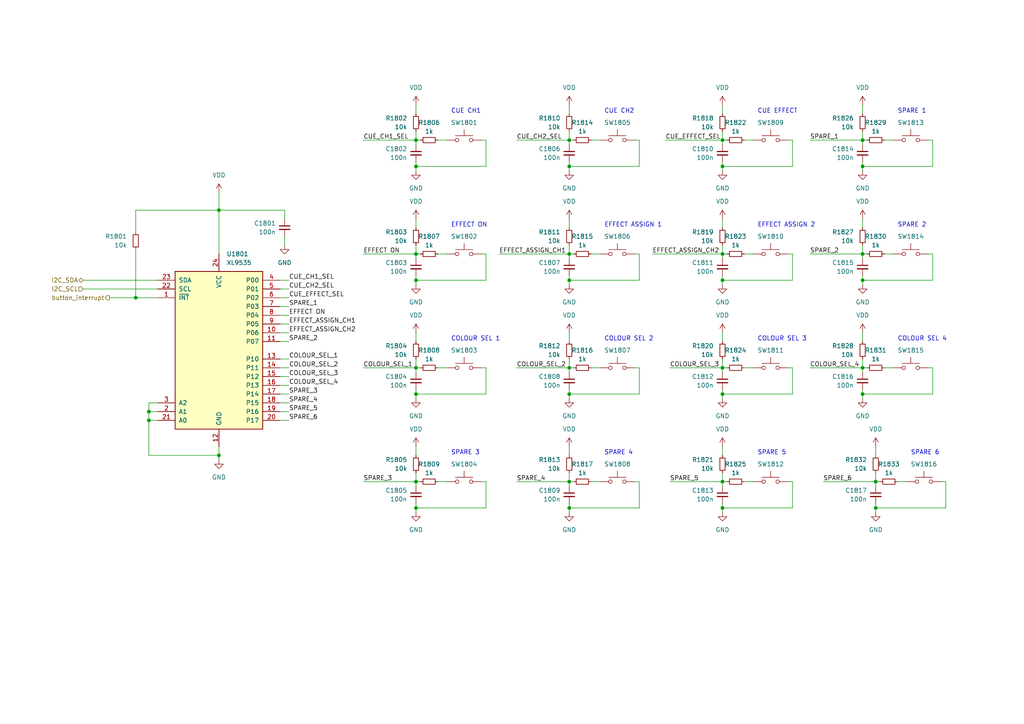
<source format=kicad_sch>
(kicad_sch (version 20230121) (generator eeschema)
  (paper "A4")
  (lib_symbols
    (symbol "Device:C_Small" (pin_numbers hide) (pin_names (offset 0.254) hide)
      (property "Reference" "C" (at 0.254 1.778 0))
      (property "Value" "C_Small" (at 0.254 -2.032 0))
      (symbol "C_Small_0_1"
        (polyline (pts (xy -1.524 -0.508) (xy 1.524 -0.508)) (stroke (width 0.3302)))
        (polyline (pts (xy -1.524 0.508) (xy 1.524 0.508)) (stroke (width 0.3048)))
      )
      (symbol "C_Small_1_1"
        (pin passive line (at 0 2.54 270) (length 2.032) (name "~") (number "1"))
        (pin passive line (at 0 -2.54 90) (length 2.032) (name "~") (number "2"))
      )
    )
    (symbol "Device:R_Small" (pin_numbers hide) (pin_names (offset 0.254) hide)
      (property "Reference" "R" (at 0.762 0.508 0))
      (property "Value" "R_Small" (at 0.762 -1.016 0))
      (symbol "R_Small_0_1"
        (rectangle (start -0.762 1.778) (end 0.762 -1.778) (stroke (width 0.2032)))
      )
      (symbol "R_Small_1_1"
        (pin passive line (at 0 2.54 270) (length 0.762) (name "~") (number "1"))
        (pin passive line (at 0 -2.54 90) (length 0.762) (name "~") (number "2"))
      )
    )
    (symbol "Interface_Expansion:TCA9535PWR" (pin_names (offset 1.016))
      (property "Reference" "U" (at -11.43 24.13 0))
      (property "Value" "TCA9535PWR" (at 0 0 0))
      (symbol "TCA9535PWR_0_1"
        (rectangle (start -12.7 22.86) (end 12.7 -22.86) (stroke (width 0.254)) (fill (type background)))
      )
      (symbol "TCA9535PWR_1_1"
        (pin open_collector line (at -17.78 15.24 0) (length 5.08) (name "~{INT}") (number "1"))
        (pin bidirectional line (at 17.78 5.08 180) (length 5.08) (name "P06") (number "10"))
        (pin bidirectional line (at 17.78 2.54 180) (length 5.08) (name "P07") (number "11"))
        (pin power_in line (at 0 -27.94 90) (length 5.08) (name "GND") (number "12"))
        (pin bidirectional line (at 17.78 -2.54 180) (length 5.08) (name "P10") (number "13"))
        (pin bidirectional line (at 17.78 -5.08 180) (length 5.08) (name "P11") (number "14"))
        (pin bidirectional line (at 17.78 -7.62 180) (length 5.08) (name "P12") (number "15"))
        (pin bidirectional line (at 17.78 -10.16 180) (length 5.08) (name "P13") (number "16"))
        (pin bidirectional line (at 17.78 -12.7 180) (length 5.08) (name "P14") (number "17"))
        (pin bidirectional line (at 17.78 -15.24 180) (length 5.08) (name "P15") (number "18"))
        (pin bidirectional line (at 17.78 -17.78 180) (length 5.08) (name "P16") (number "19"))
        (pin input line (at -17.78 -17.78 0) (length 5.08) (name "A1") (number "2"))
        (pin bidirectional line (at 17.78 -20.32 180) (length 5.08) (name "P17") (number "20"))
        (pin input line (at -17.78 -20.32 0) (length 5.08) (name "A0") (number "21"))
        (pin input line (at -17.78 17.78 0) (length 5.08) (name "SCL") (number "22"))
        (pin bidirectional line (at -17.78 20.32 0) (length 5.08) (name "SDA") (number "23"))
        (pin power_in line (at 0 27.94 270) (length 5.08) (name "VCC") (number "24"))
        (pin input line (at -17.78 -15.24 0) (length 5.08) (name "A2") (number "3"))
        (pin bidirectional line (at 17.78 20.32 180) (length 5.08) (name "P00") (number "4"))
        (pin bidirectional line (at 17.78 17.78 180) (length 5.08) (name "P01") (number "5"))
        (pin bidirectional line (at 17.78 15.24 180) (length 5.08) (name "P02") (number "6"))
        (pin bidirectional line (at 17.78 12.7 180) (length 5.08) (name "P03") (number "7"))
        (pin bidirectional line (at 17.78 10.16 180) (length 5.08) (name "P04") (number "8"))
        (pin bidirectional line (at 17.78 7.62 180) (length 5.08) (name "P05") (number "9"))
      )
    )
    (symbol "Switch:SW_Push" (pin_numbers hide) (pin_names (offset 1.016) hide)
      (property "Reference" "SW" (at 1.27 2.54 0))
      (property "Value" "SW_Push" (at 0 -1.524 0))
      (symbol "SW_Push_0_1"
        (circle (center -2.032 0) (radius 0.508))
        (polyline (pts (xy 0 1.27) (xy 0 3.048)))
        (polyline (pts (xy 2.54 1.27) (xy -2.54 1.27)))
        (circle (center 2.032 0) (radius 0.508))
        (pin passive line (at -5.08 0 0) (length 2.54) (name "1") (number "1"))
        (pin passive line (at 5.08 0 180) (length 2.54) (name "2") (number "2"))
      )
    )
    (symbol "power:GND" (power) (pin_names (offset 0))
      (property "Value" "GND" (at 0 -3.81 0))
      (symbol "GND_0_1"
        (polyline (pts (xy 0 0) (xy 0 -1.27) (xy 1.27 -1.27) (xy 0 -2.54) (xy -1.27 -1.27) (xy 0 -1.27)))
      )
      (symbol "GND_1_1"
        (pin power_in line (at 0 0 270) (length 0) hide (name "GND") (number "1"))
      )
    )
    (symbol "power:VDD" (power) (pin_names (offset 0))
      (property "Value" "VDD" (at 0 3.81 0))
      (symbol "VDD_0_1"
        (polyline (pts (xy -0.762 1.27) (xy 0 2.54)))
        (polyline (pts (xy 0 0) (xy 0 2.54)))
        (polyline (pts (xy 0 2.54) (xy 0.762 1.27)))
      )
      (symbol "VDD_1_1"
        (pin power_in line (at 0 0 90) (length 0) hide (name "VDD") (number "1"))
      )
    )
  )
  (junction (at 120.65 114.3))
  (junction (at 250.19 81.28))
  (junction (at 250.19 73.66))
  (junction (at 43.18 119.38))
  (junction (at 63.5 132.08))
  (junction (at 120.65 40.64))
  (junction (at 165.1 40.64))
  (junction (at 165.1 106.68))
  (junction (at 250.19 48.26))
  (junction (at 209.55 147.32))
  (junction (at 43.18 121.92))
  (junction (at 209.55 106.68))
  (junction (at 165.1 81.28))
  (junction (at 63.5 60.96))
  (junction (at 39.37 86.36))
  (junction (at 209.55 48.26))
  (junction (at 120.65 48.26))
  (junction (at 120.65 139.7))
  (junction (at 209.55 139.7))
  (junction (at 165.1 73.66))
  (junction (at 165.1 114.3))
  (junction (at 165.1 139.7))
  (junction (at 254 147.32))
  (junction (at 120.65 73.66))
  (junction (at 165.1 48.26))
  (junction (at 254 139.7))
  (junction (at 250.19 114.3))
  (junction (at 120.65 106.68))
  (junction (at 120.65 81.28))
  (junction (at 120.65 147.32))
  (junction (at 209.55 114.3))
  (junction (at 250.19 106.68))
  (junction (at 165.1 147.32))
  (junction (at 209.55 40.64))
  (junction (at 250.19 40.64))
  (junction (at 209.55 81.28))
  (junction (at 209.55 73.66))
  (wire (pts (xy 250.19 80.01) (xy 250.19 81.28)))
  (wire (pts (xy 39.37 67.31) (xy 39.37 60.96)))
  (wire (pts (xy 250.19 104.14) (xy 250.19 106.68)))
  (wire (pts (xy 250.19 73.66) (xy 250.19 74.93)))
  (wire (pts (xy 185.42 81.28) (xy 185.42 73.66)))
  (wire (pts (xy 185.42 40.64) (xy 184.15 40.64)))
  (wire (pts (xy 81.28 104.14) (xy 83.82 104.14)))
  (wire (pts (xy 165.1 106.68) (xy 165.1 107.95)))
  (wire (pts (xy 171.45 139.7) (xy 173.99 139.7)))
  (wire (pts (xy 165.1 30.48) (xy 165.1 33.02)))
  (wire (pts (xy 234.95 73.66) (xy 250.19 73.66)))
  (wire (pts (xy 209.55 147.32) (xy 229.87 147.32)))
  (wire (pts (xy 43.18 121.92) (xy 43.18 119.38)))
  (wire (pts (xy 165.1 81.28) (xy 165.1 82.55)))
  (wire (pts (xy 185.42 73.66) (xy 184.15 73.66)))
  (wire (pts (xy 251.46 73.66) (xy 250.19 73.66)))
  (wire (pts (xy 166.37 106.68) (xy 165.1 106.68)))
  (wire (pts (xy 165.1 139.7) (xy 165.1 140.97)))
  (wire (pts (xy 140.97 48.26) (xy 140.97 40.64)))
  (wire (pts (xy 120.65 147.32) (xy 140.97 147.32)))
  (wire (pts (xy 43.18 121.92) (xy 45.72 121.92)))
  (wire (pts (xy 229.87 48.26) (xy 229.87 40.64)))
  (wire (pts (xy 209.55 106.68) (xy 209.55 107.95)))
  (wire (pts (xy 105.41 139.7) (xy 120.65 139.7)))
  (wire (pts (xy 254 129.54) (xy 254 132.08)))
  (wire (pts (xy 63.5 132.08) (xy 63.5 133.35)))
  (wire (pts (xy 215.9 139.7) (xy 218.44 139.7)))
  (wire (pts (xy 120.65 146.05) (xy 120.65 147.32)))
  (wire (pts (xy 81.28 93.98) (xy 83.82 93.98)))
  (wire (pts (xy 256.54 73.66) (xy 259.08 73.66)))
  (wire (pts (xy 140.97 73.66) (xy 139.7 73.66)))
  (wire (pts (xy 81.28 111.76) (xy 83.82 111.76)))
  (wire (pts (xy 165.1 48.26) (xy 185.42 48.26)))
  (wire (pts (xy 209.55 129.54) (xy 209.55 132.08)))
  (wire (pts (xy 250.19 48.26) (xy 270.51 48.26)))
  (wire (pts (xy 171.45 106.68) (xy 173.99 106.68)))
  (wire (pts (xy 120.65 114.3) (xy 140.97 114.3)))
  (wire (pts (xy 194.31 106.68) (xy 209.55 106.68)))
  (wire (pts (xy 63.5 60.96) (xy 82.55 60.96)))
  (wire (pts (xy 250.19 114.3) (xy 270.51 114.3)))
  (wire (pts (xy 250.19 63.5) (xy 250.19 66.04)))
  (wire (pts (xy 270.51 106.68) (xy 269.24 106.68)))
  (wire (pts (xy 251.46 40.64) (xy 250.19 40.64)))
  (wire (pts (xy 140.97 40.64) (xy 139.7 40.64)))
  (wire (pts (xy 254 137.16) (xy 254 139.7)))
  (wire (pts (xy 209.55 73.66) (xy 209.55 74.93)))
  (wire (pts (xy 229.87 114.3) (xy 229.87 106.68)))
  (wire (pts (xy 210.82 73.66) (xy 209.55 73.66)))
  (wire (pts (xy 120.65 81.28) (xy 120.65 82.55)))
  (wire (pts (xy 209.55 113.03) (xy 209.55 114.3)))
  (wire (pts (xy 254 147.32) (xy 254 148.59)))
  (wire (pts (xy 229.87 106.68) (xy 228.6 106.68)))
  (wire (pts (xy 194.31 139.7) (xy 209.55 139.7)))
  (wire (pts (xy 229.87 81.28) (xy 229.87 73.66)))
  (wire (pts (xy 144.78 73.66) (xy 165.1 73.66)))
  (wire (pts (xy 81.28 99.06) (xy 83.82 99.06)))
  (wire (pts (xy 250.19 30.48) (xy 250.19 33.02)))
  (wire (pts (xy 63.5 60.96) (xy 63.5 73.66)))
  (wire (pts (xy 250.19 46.99) (xy 250.19 48.26)))
  (wire (pts (xy 209.55 80.01) (xy 209.55 81.28)))
  (wire (pts (xy 185.42 139.7) (xy 184.15 139.7)))
  (wire (pts (xy 210.82 139.7) (xy 209.55 139.7)))
  (wire (pts (xy 120.65 114.3) (xy 120.65 115.57)))
  (wire (pts (xy 43.18 116.84) (xy 45.72 116.84)))
  (wire (pts (xy 165.1 137.16) (xy 165.1 139.7)))
  (wire (pts (xy 120.65 139.7) (xy 120.65 140.97)))
  (wire (pts (xy 81.28 83.82) (xy 83.82 83.82)))
  (wire (pts (xy 120.65 137.16) (xy 120.65 139.7)))
  (wire (pts (xy 140.97 114.3) (xy 140.97 106.68)))
  (wire (pts (xy 149.86 40.64) (xy 165.1 40.64)))
  (wire (pts (xy 81.28 116.84) (xy 83.82 116.84)))
  (wire (pts (xy 43.18 132.08) (xy 43.18 121.92)))
  (wire (pts (xy 45.72 86.36) (xy 39.37 86.36)))
  (wire (pts (xy 120.65 38.1) (xy 120.65 40.64)))
  (wire (pts (xy 149.86 139.7) (xy 165.1 139.7)))
  (wire (pts (xy 185.42 106.68) (xy 184.15 106.68)))
  (wire (pts (xy 250.19 38.1) (xy 250.19 40.64)))
  (wire (pts (xy 120.65 80.01) (xy 120.65 81.28)))
  (wire (pts (xy 81.28 121.92) (xy 83.82 121.92)))
  (wire (pts (xy 24.13 81.28) (xy 45.72 81.28)))
  (wire (pts (xy 250.19 40.64) (xy 250.19 41.91)))
  (wire (pts (xy 215.9 73.66) (xy 218.44 73.66)))
  (wire (pts (xy 229.87 147.32) (xy 229.87 139.7)))
  (wire (pts (xy 127 106.68) (xy 129.54 106.68)))
  (wire (pts (xy 270.51 114.3) (xy 270.51 106.68)))
  (wire (pts (xy 149.86 106.68) (xy 165.1 106.68)))
  (wire (pts (xy 254 146.05) (xy 254 147.32)))
  (wire (pts (xy 255.27 139.7) (xy 254 139.7)))
  (wire (pts (xy 250.19 96.52) (xy 250.19 99.06)))
  (wire (pts (xy 210.82 106.68) (xy 209.55 106.68)))
  (wire (pts (xy 165.1 146.05) (xy 165.1 147.32)))
  (wire (pts (xy 215.9 106.68) (xy 218.44 106.68)))
  (wire (pts (xy 185.42 114.3) (xy 185.42 106.68)))
  (wire (pts (xy 121.92 139.7) (xy 120.65 139.7)))
  (wire (pts (xy 215.9 40.64) (xy 218.44 40.64)))
  (wire (pts (xy 120.65 129.54) (xy 120.65 132.08)))
  (wire (pts (xy 270.51 73.66) (xy 269.24 73.66)))
  (wire (pts (xy 81.28 106.68) (xy 83.82 106.68)))
  (wire (pts (xy 165.1 63.5) (xy 165.1 66.04)))
  (wire (pts (xy 209.55 30.48) (xy 209.55 33.02)))
  (wire (pts (xy 166.37 40.64) (xy 165.1 40.64)))
  (wire (pts (xy 43.18 119.38) (xy 45.72 119.38)))
  (wire (pts (xy 234.95 106.68) (xy 250.19 106.68)))
  (wire (pts (xy 43.18 119.38) (xy 43.18 116.84)))
  (wire (pts (xy 165.1 114.3) (xy 165.1 115.57)))
  (wire (pts (xy 121.92 40.64) (xy 120.65 40.64)))
  (wire (pts (xy 140.97 81.28) (xy 140.97 73.66)))
  (wire (pts (xy 165.1 114.3) (xy 185.42 114.3)))
  (wire (pts (xy 63.5 55.88) (xy 63.5 60.96)))
  (wire (pts (xy 120.65 147.32) (xy 120.65 148.59)))
  (wire (pts (xy 209.55 146.05) (xy 209.55 147.32)))
  (wire (pts (xy 82.55 71.12) (xy 82.55 68.58)))
  (wire (pts (xy 120.65 81.28) (xy 140.97 81.28)))
  (wire (pts (xy 229.87 40.64) (xy 228.6 40.64)))
  (wire (pts (xy 254 147.32) (xy 274.32 147.32)))
  (wire (pts (xy 82.55 60.96) (xy 82.55 63.5)))
  (wire (pts (xy 209.55 48.26) (xy 229.87 48.26)))
  (wire (pts (xy 256.54 106.68) (xy 259.08 106.68)))
  (wire (pts (xy 165.1 96.52) (xy 165.1 99.06)))
  (wire (pts (xy 209.55 139.7) (xy 209.55 140.97)))
  (wire (pts (xy 165.1 113.03) (xy 165.1 114.3)))
  (wire (pts (xy 165.1 40.64) (xy 165.1 41.91)))
  (wire (pts (xy 209.55 147.32) (xy 209.55 148.59)))
  (wire (pts (xy 120.65 40.64) (xy 120.65 41.91)))
  (wire (pts (xy 39.37 60.96) (xy 63.5 60.96)))
  (wire (pts (xy 39.37 86.36) (xy 39.37 72.39)))
  (wire (pts (xy 140.97 106.68) (xy 139.7 106.68)))
  (wire (pts (xy 120.65 73.66) (xy 120.65 74.93)))
  (wire (pts (xy 171.45 40.64) (xy 173.99 40.64)))
  (wire (pts (xy 229.87 139.7) (xy 228.6 139.7)))
  (wire (pts (xy 120.65 96.52) (xy 120.65 99.06)))
  (wire (pts (xy 120.65 48.26) (xy 140.97 48.26)))
  (wire (pts (xy 209.55 114.3) (xy 209.55 115.57)))
  (wire (pts (xy 63.5 132.08) (xy 43.18 132.08)))
  (wire (pts (xy 193.04 40.64) (xy 209.55 40.64)))
  (wire (pts (xy 254 139.7) (xy 254 140.97)))
  (wire (pts (xy 127 139.7) (xy 129.54 139.7)))
  (wire (pts (xy 209.55 40.64) (xy 209.55 41.91)))
  (wire (pts (xy 120.65 71.12) (xy 120.65 73.66)))
  (wire (pts (xy 209.55 104.14) (xy 209.55 106.68)))
  (wire (pts (xy 209.55 63.5) (xy 209.55 66.04)))
  (wire (pts (xy 250.19 113.03) (xy 250.19 114.3)))
  (wire (pts (xy 166.37 139.7) (xy 165.1 139.7)))
  (wire (pts (xy 120.65 63.5) (xy 120.65 66.04)))
  (wire (pts (xy 189.23 73.66) (xy 209.55 73.66)))
  (wire (pts (xy 81.28 88.9) (xy 83.82 88.9)))
  (wire (pts (xy 121.92 106.68) (xy 120.65 106.68)))
  (wire (pts (xy 81.28 81.28) (xy 83.82 81.28)))
  (wire (pts (xy 229.87 73.66) (xy 228.6 73.66)))
  (wire (pts (xy 165.1 38.1) (xy 165.1 40.64)))
  (wire (pts (xy 165.1 147.32) (xy 165.1 148.59)))
  (wire (pts (xy 127 73.66) (xy 129.54 73.66)))
  (wire (pts (xy 209.55 71.12) (xy 209.55 73.66)))
  (wire (pts (xy 121.92 73.66) (xy 120.65 73.66)))
  (wire (pts (xy 165.1 73.66) (xy 165.1 74.93)))
  (wire (pts (xy 120.65 30.48) (xy 120.65 33.02)))
  (wire (pts (xy 165.1 48.26) (xy 165.1 49.53)))
  (wire (pts (xy 165.1 80.01) (xy 165.1 81.28)))
  (wire (pts (xy 165.1 104.14) (xy 165.1 106.68)))
  (wire (pts (xy 81.28 114.3) (xy 83.82 114.3)))
  (wire (pts (xy 120.65 113.03) (xy 120.65 114.3)))
  (wire (pts (xy 105.41 40.64) (xy 120.65 40.64)))
  (wire (pts (xy 81.28 96.52) (xy 83.82 96.52)))
  (wire (pts (xy 63.5 129.54) (xy 63.5 132.08)))
  (wire (pts (xy 185.42 48.26) (xy 185.42 40.64)))
  (wire (pts (xy 270.51 81.28) (xy 270.51 73.66)))
  (wire (pts (xy 250.19 71.12) (xy 250.19 73.66)))
  (wire (pts (xy 270.51 40.64) (xy 269.24 40.64)))
  (wire (pts (xy 105.41 106.68) (xy 120.65 106.68)))
  (wire (pts (xy 210.82 40.64) (xy 209.55 40.64)))
  (wire (pts (xy 31.75 86.36) (xy 39.37 86.36)))
  (wire (pts (xy 105.41 73.66) (xy 120.65 73.66)))
  (wire (pts (xy 120.65 46.99) (xy 120.65 48.26)))
  (wire (pts (xy 81.28 91.44) (xy 83.82 91.44)))
  (wire (pts (xy 251.46 106.68) (xy 250.19 106.68)))
  (wire (pts (xy 140.97 139.7) (xy 139.7 139.7)))
  (wire (pts (xy 209.55 38.1) (xy 209.55 40.64)))
  (wire (pts (xy 250.19 81.28) (xy 250.19 82.55)))
  (wire (pts (xy 120.65 106.68) (xy 120.65 107.95)))
  (wire (pts (xy 260.35 139.7) (xy 262.89 139.7)))
  (wire (pts (xy 209.55 114.3) (xy 229.87 114.3)))
  (wire (pts (xy 165.1 81.28) (xy 185.42 81.28)))
  (wire (pts (xy 120.65 104.14) (xy 120.65 106.68)))
  (wire (pts (xy 165.1 46.99) (xy 165.1 48.26)))
  (wire (pts (xy 238.76 139.7) (xy 254 139.7)))
  (wire (pts (xy 81.28 109.22) (xy 83.82 109.22)))
  (wire (pts (xy 209.55 137.16) (xy 209.55 139.7)))
  (wire (pts (xy 81.28 86.36) (xy 83.82 86.36)))
  (wire (pts (xy 24.13 83.82) (xy 45.72 83.82)))
  (wire (pts (xy 270.51 48.26) (xy 270.51 40.64)))
  (wire (pts (xy 256.54 40.64) (xy 259.08 40.64)))
  (wire (pts (xy 166.37 73.66) (xy 165.1 73.66)))
  (wire (pts (xy 250.19 48.26) (xy 250.19 49.53)))
  (wire (pts (xy 209.55 46.99) (xy 209.55 48.26)))
  (wire (pts (xy 209.55 96.52) (xy 209.55 99.06)))
  (wire (pts (xy 209.55 81.28) (xy 229.87 81.28)))
  (wire (pts (xy 250.19 106.68) (xy 250.19 107.95)))
  (wire (pts (xy 165.1 147.32) (xy 185.42 147.32)))
  (wire (pts (xy 185.42 147.32) (xy 185.42 139.7)))
  (wire (pts (xy 127 40.64) (xy 129.54 40.64)))
  (wire (pts (xy 165.1 129.54) (xy 165.1 132.08)))
  (wire (pts (xy 234.95 40.64) (xy 250.19 40.64)))
  (wire (pts (xy 209.55 81.28) (xy 209.55 82.55)))
  (wire (pts (xy 250.19 114.3) (xy 250.19 115.57)))
  (wire (pts (xy 165.1 71.12) (xy 165.1 73.66)))
  (wire (pts (xy 274.32 147.32) (xy 274.32 139.7)))
  (wire (pts (xy 274.32 139.7) (xy 273.05 139.7)))
  (wire (pts (xy 171.45 73.66) (xy 173.99 73.66)))
  (wire (pts (xy 209.55 48.26) (xy 209.55 49.53)))
  (wire (pts (xy 250.19 81.28) (xy 270.51 81.28)))
  (wire (pts (xy 140.97 147.32) (xy 140.97 139.7)))
  (wire (pts (xy 120.65 48.26) (xy 120.65 49.53)))
  (wire (pts (xy 81.28 119.38) (xy 83.82 119.38)))
  (text "SPARE 2" (at 260.35 66.04 0) (effects (font (size 1.27 1.27)) (justify left bottom)))
  (text "CUE EFFECT" (at 219.71 33.02 0) (effects (font (size 1.27 1.27)) (justify left bottom)))
  (text "CUE CH2" (at 175.26 33.02 0) (effects (font (size 1.27 1.27)) (justify left bottom)))
  (text "EFFECT ASSIGN 1" (at 175.26 66.04 0) (effects (font (size 1.27 1.27)) (justify left bottom)))
  (text "COLOUR SEL 4" (at 260.35 99.06 0) (effects (font (size 1.27 1.27)) (justify left bottom)))
  (text "SPARE 1" (at 260.35 33.02 0) (effects (font (size 1.27 1.27)) (justify left bottom)))
  (text "SPARE 6" (at 264.16 132.08 0) (effects (font (size 1.27 1.27)) (justify left bottom)))
  (text "CUE CH1" (at 130.81 33.02 0) (effects (font (size 1.27 1.27)) (justify left bottom)))
  (text "COLOUR SEL 1" (at 130.81 99.06 0) (effects (font (size 1.27 1.27)) (justify left bottom)))
  (text "SPARE 4" (at 175.26 132.08 0) (effects (font (size 1.27 1.27)) (justify left bottom)))
  (text "COLOUR SEL 2" (at 175.26 99.06 0) (effects (font (size 1.27 1.27)) (justify left bottom)))
  (text "SPARE 3" (at 130.81 132.08 0) (effects (font (size 1.27 1.27)) (justify left bottom)))
  (text "COLOUR SEL 3" (at 219.71 99.06 0) (effects (font (size 1.27 1.27)) (justify left bottom)))
  (text "EFFECT ASSIGN 2" (at 219.71 66.04 0) (effects (font (size 1.27 1.27)) (justify left bottom)))
  (text "SPARE 5" (at 219.71 132.08 0) (effects (font (size 1.27 1.27)) (justify left bottom)))
  (text "EFFECT ON" (at 130.81 66.04 0) (effects (font (size 1.27 1.27)) (justify left bottom)))
  (label "COLOUR_SEL_4" (at 234.95 106.68 0))
  (label "SPARE_6" (at 238.76 139.7 0))
  (label "EFFECT_ASSIGN_CH2" (at 83.82 96.52 0))
  (label "SPARE_4" (at 83.82 116.84 0))
  (label "COLOUR_SEL_1" (at 105.41 106.68 0))
  (label "SPARE_1" (at 234.95 40.64 0))
  (label "COLOUR_SEL_4" (at 83.82 111.76 0))
  (label "CUE_EFFECT_SEL" (at 193.04 40.64 0))
  (label "SPARE_3" (at 83.82 114.3 0))
  (label "CUE_CH2_SEL" (at 83.82 83.82 0))
  (label "CUE_EFFECT_SEL" (at 83.82 86.36 0))
  (label "EFFECT ON" (at 83.82 91.44 0))
  (label "COLOUR_SEL_2" (at 149.86 106.68 0))
  (label "CUE_CH2_SEL" (at 149.86 40.64 0))
  (label "SPARE_4" (at 149.86 139.7 0))
  (label "EFFECT_ASSIGN_CH2" (at 189.23 73.66 0))
  (label "SPARE_6" (at 83.82 121.92 0))
  (label "SPARE_5" (at 194.31 139.7 0))
  (label "COLOUR_SEL_1" (at 83.82 104.14 0))
  (label "SPARE_3" (at 105.41 139.7 0))
  (label "EFFECT ON" (at 105.41 73.66 0))
  (label "COLOUR_SEL_3" (at 83.82 109.22 0))
  (label "SPARE_1" (at 83.82 88.9 0))
  (label "EFFECT_ASSIGN_CH1" (at 144.78 73.66 0))
  (label "CUE_CH1_SEL" (at 83.82 81.28 0))
  (label "EFFECT_ASSIGN_CH1" (at 83.82 93.98 0))
  (label "CUE_CH1_SEL" (at 105.41 40.64 0))
  (label "SPARE_5" (at 83.82 119.38 0))
  (label "COLOUR_SEL_2" (at 83.82 106.68 0))
  (label "COLOUR_SEL_3" (at 194.31 106.68 0))
  (label "SPARE_2" (at 234.95 73.66 0))
  (label "SPARE_2" (at 83.82 99.06 0))
  (hierarchical_label "button_interrupt" (shape output) (at 31.75 86.36 180))
  (hierarchical_label "I2C_SDA" (shape bidirectional) (at 24.13 81.28 180))
  (hierarchical_label "I2C_SCL" (shape input) (at 24.13 83.82 180))
  (symbol (lib_id "Device:R_Small") (at 250.19 35.56 0) (mirror y) (unit 1)
    (property "Reference" "R1826" (at 247.65 34.29 0) (effects (justify left)))
    (property "Value" "10k" (at 247.65 36.83 0) (effects (justify left)))
  )
  (symbol (lib_id "Device:C_Small") (at 254 143.51 0) (unit 1)
    (property "Reference" "C1817" (at 251.46 142.2463 0) (effects (justify right)))
    (property "Value" "100n" (at 251.46 144.7863 0) (effects (justify right)))
  )
  (symbol (lib_id "power:GND") (at 120.65 148.59 0) (unit 1)
    (property "Reference" "#PWR01811" (effects hide))
    (property "Value" "GND" (at 120.65 153.67 0))
  )
  (symbol (lib_id "power:VDD") (at 120.65 30.48 0) (unit 1)
    (property "Reference" "#PWR01804" (effects hide))
    (property "Value" "VDD" (at 120.65 25.4 0))
  )
  (symbol (lib_id "power:GND") (at 120.65 49.53 0) (unit 1)
    (property "Reference" "#PWR01805" (effects hide))
    (property "Value" "GND" (at 120.65 54.61 0))
  )
  (symbol (lib_id "Device:C_Small") (at 250.19 44.45 0) (unit 1)
    (property "Reference" "C1814" (at 247.65 43.1863 0) (effects (justify right)))
    (property "Value" "100n" (at 247.65 45.7263 0) (effects (justify right)))
  )
  (symbol (lib_id "Device:C_Small") (at 209.55 110.49 0) (unit 1)
    (property "Reference" "C1812" (at 207.01 109.2263 0) (effects (justify right)))
    (property "Value" "100n" (at 207.01 111.7663 0) (effects (justify right)))
  )
  (symbol (lib_id "Switch:SW_Push") (at 134.62 139.7 0) (unit 1)
    (property "Reference" "SW1804" (at 134.62 134.62 0))
  )
  (symbol (lib_id "power:VDD") (at 165.1 129.54 0) (unit 1)
    (property "Reference" "#PWR01818" (effects hide))
    (property "Value" "VDD" (at 165.1 124.46 0))
  )
  (symbol (lib_id "power:VDD") (at 120.65 129.54 0) (unit 1)
    (property "Reference" "#PWR01810" (effects hide))
    (property "Value" "VDD" (at 120.65 124.46 0))
  )
  (symbol (lib_id "Device:R_Small") (at 39.37 69.85 0) (mirror y) (unit 1)
    (property "Reference" "R1801" (at 36.83 68.58 0) (effects (justify left)))
    (property "Value" "10k" (at 36.83 71.12 0) (effects (justify left)))
  )
  (symbol (lib_id "Device:C_Small") (at 209.55 143.51 0) (unit 1)
    (property "Reference" "C1813" (at 207.01 142.2463 0) (effects (justify right)))
    (property "Value" "100n" (at 207.01 144.7863 0) (effects (justify right)))
  )
  (symbol (lib_id "Device:R_Small") (at 209.55 35.56 0) (mirror y) (unit 1)
    (property "Reference" "R1818" (at 207.01 34.29 0) (effects (justify left)))
    (property "Value" "10k" (at 207.01 36.83 0) (effects (justify left)))
  )
  (symbol (lib_id "Switch:SW_Push") (at 179.07 73.66 0) (unit 1)
    (property "Reference" "SW1806" (at 179.07 68.58 0))
  )
  (symbol (lib_id "Switch:SW_Push") (at 264.16 73.66 0) (unit 1)
    (property "Reference" "SW1814" (at 264.16 68.58 0))
  )
  (symbol (lib_id "Device:R_Small") (at 213.36 139.7 90) (unit 1)
    (property "Reference" "R1825" (at 213.36 134.62 90))
    (property "Value" "1k" (at 213.36 137.16 90))
  )
  (symbol (lib_id "power:GND") (at 209.55 49.53 0) (unit 1)
    (property "Reference" "#PWR01821" (effects hide))
    (property "Value" "GND" (at 209.55 54.61 0))
  )
  (symbol (lib_id "Device:R_Small") (at 254 40.64 90) (unit 1)
    (property "Reference" "R1829" (at 254 35.56 90))
    (property "Value" "1k" (at 254 38.1 90))
  )
  (symbol (lib_id "Device:C_Small") (at 209.55 77.47 0) (unit 1)
    (property "Reference" "C1811" (at 207.01 76.2063 0) (effects (justify right)))
    (property "Value" "100n" (at 207.01 78.7463 0) (effects (justify right)))
  )
  (symbol (lib_id "power:VDD") (at 63.5 55.88 0) (unit 1)
    (property "Reference" "#PWR01801" (effects hide))
    (property "Value" "VDD" (at 63.5 50.8 0))
  )
  (symbol (lib_id "Device:R_Small") (at 165.1 101.6 0) (mirror y) (unit 1)
    (property "Reference" "R1812" (at 162.56 100.33 0) (effects (justify left)))
    (property "Value" "10k" (at 162.56 102.87 0) (effects (justify left)))
  )
  (symbol (lib_id "power:VDD") (at 165.1 96.52 0) (unit 1)
    (property "Reference" "#PWR01816" (effects hide))
    (property "Value" "VDD" (at 165.1 91.44 0))
  )
  (symbol (lib_id "Switch:SW_Push") (at 223.52 139.7 0) (unit 1)
    (property "Reference" "SW1812" (at 223.52 134.62 0))
  )
  (symbol (lib_id "Device:R_Small") (at 213.36 40.64 90) (unit 1)
    (property "Reference" "R1822" (at 213.36 35.56 90))
    (property "Value" "1k" (at 213.36 38.1 90))
  )
  (symbol (lib_id "Switch:SW_Push") (at 223.52 40.64 0) (unit 1)
    (property "Reference" "SW1809" (at 223.52 35.56 0))
  )
  (symbol (lib_id "power:GND") (at 120.65 115.57 0) (unit 1)
    (property "Reference" "#PWR01809" (effects hide))
    (property "Value" "GND" (at 120.65 120.65 0))
  )
  (symbol (lib_id "power:VDD") (at 209.55 129.54 0) (unit 1)
    (property "Reference" "#PWR01826" (effects hide))
    (property "Value" "VDD" (at 209.55 124.46 0))
  )
  (symbol (lib_id "Device:R_Small") (at 213.36 106.68 90) (unit 1)
    (property "Reference" "R1824" (at 213.36 101.6 90))
    (property "Value" "1k" (at 213.36 104.14 90))
  )
  (symbol (lib_id "Device:R_Small") (at 124.46 40.64 90) (unit 1)
    (property "Reference" "R1806" (at 124.46 35.56 90))
    (property "Value" "1k" (at 124.46 38.1 90))
  )
  (symbol (lib_id "power:GND") (at 209.55 115.57 0) (unit 1)
    (property "Reference" "#PWR01825" (effects hide))
    (property "Value" "GND" (at 209.55 120.65 0))
  )
  (symbol (lib_id "power:GND") (at 250.19 82.55 0) (unit 1)
    (property "Reference" "#PWR01831" (effects hide))
    (property "Value" "GND" (at 250.19 87.63 0))
  )
  (symbol (lib_id "Device:C_Small") (at 120.65 77.47 0) (unit 1)
    (property "Reference" "C1803" (at 118.11 76.2063 0) (effects (justify right)))
    (property "Value" "100n" (at 118.11 78.7463 0) (effects (justify right)))
  )
  (symbol (lib_id "Switch:SW_Push") (at 134.62 73.66 0) (unit 1)
    (property "Reference" "SW1802" (at 134.62 68.58 0))
  )
  (symbol (lib_id "power:VDD") (at 165.1 30.48 0) (unit 1)
    (property "Reference" "#PWR01812" (effects hide))
    (property "Value" "VDD" (at 165.1 25.4 0))
  )
  (symbol (lib_id "Switch:SW_Push") (at 223.52 106.68 0) (unit 1)
    (property "Reference" "SW1811" (at 223.52 101.6 0))
  )
  (symbol (lib_id "power:GND") (at 82.55 71.12 0) (unit 1)
    (property "Reference" "#PWR01803" (effects hide))
    (property "Value" "GND" (at 82.55 76.2 0))
  )
  (symbol (lib_id "power:VDD") (at 250.19 96.52 0) (unit 1)
    (property "Reference" "#PWR01832" (effects hide))
    (property "Value" "VDD" (at 250.19 91.44 0))
  )
  (symbol (lib_id "power:VDD") (at 250.19 63.5 0) (unit 1)
    (property "Reference" "#PWR01830" (effects hide))
    (property "Value" "VDD" (at 250.19 58.42 0))
  )
  (symbol (lib_id "power:GND") (at 165.1 49.53 0) (unit 1)
    (property "Reference" "#PWR01813" (effects hide))
    (property "Value" "GND" (at 165.1 54.61 0))
  )
  (symbol (lib_id "Device:R_Small") (at 250.19 68.58 0) (mirror y) (unit 1)
    (property "Reference" "R1827" (at 247.65 67.31 0) (effects (justify left)))
    (property "Value" "10k" (at 247.65 69.85 0) (effects (justify left)))
  )
  (symbol (lib_id "Device:R_Small") (at 165.1 35.56 0) (mirror y) (unit 1)
    (property "Reference" "R1810" (at 162.56 34.29 0) (effects (justify left)))
    (property "Value" "10k" (at 162.56 36.83 0) (effects (justify left)))
  )
  (symbol (lib_id "Device:R_Small") (at 250.19 101.6 0) (mirror y) (unit 1)
    (property "Reference" "R1828" (at 247.65 100.33 0) (effects (justify left)))
    (property "Value" "10k" (at 247.65 102.87 0) (effects (justify left)))
  )
  (symbol (lib_id "Device:R_Small") (at 120.65 68.58 0) (mirror y) (unit 1)
    (property "Reference" "R1803" (at 118.11 67.31 0) (effects (justify left)))
    (property "Value" "10k" (at 118.11 69.85 0) (effects (justify left)))
  )
  (symbol (lib_id "Device:C_Small") (at 120.65 110.49 0) (unit 1)
    (property "Reference" "C1804" (at 118.11 109.2263 0) (effects (justify right)))
    (property "Value" "100n" (at 118.11 111.7663 0) (effects (justify right)))
  )
  (symbol (lib_id "Device:R_Small") (at 168.91 139.7 90) (unit 1)
    (property "Reference" "R1817" (at 168.91 134.62 90))
    (property "Value" "1k" (at 168.91 137.16 90))
  )
  (symbol (lib_id "Device:R_Small") (at 120.65 134.62 0) (mirror y) (unit 1)
    (property "Reference" "R1805" (at 118.11 133.35 0) (effects (justify left)))
    (property "Value" "10k" (at 118.11 135.89 0) (effects (justify left)))
  )
  (symbol (lib_id "power:GND") (at 165.1 148.59 0) (unit 1)
    (property "Reference" "#PWR01819" (effects hide))
    (property "Value" "GND" (at 165.1 153.67 0))
  )
  (symbol (lib_id "Switch:SW_Push") (at 179.07 40.64 0) (unit 1)
    (property "Reference" "SW1805" (at 179.07 35.56 0))
  )
  (symbol (lib_id "power:GND") (at 63.5 133.35 0) (unit 1)
    (property "Reference" "#PWR01802" (effects hide))
    (property "Value" "GND" (at 63.5 138.43 0))
  )
  (symbol (lib_id "Device:R_Small") (at 168.91 106.68 90) (unit 1)
    (property "Reference" "R1816" (at 168.91 101.6 90))
    (property "Value" "1k" (at 168.91 104.14 90))
  )
  (symbol (lib_id "Device:C_Small") (at 82.55 66.04 0) (unit 1)
    (property "Reference" "C1801" (at 80.01 64.7763 0) (effects (justify right)))
    (property "Value" "100n" (at 80.01 67.3163 0) (effects (justify right)))
  )
  (symbol (lib_id "Device:R_Small") (at 209.55 101.6 0) (mirror y) (unit 1)
    (property "Reference" "R1820" (at 207.01 100.33 0) (effects (justify left)))
    (property "Value" "10k" (at 207.01 102.87 0) (effects (justify left)))
  )
  (symbol (lib_id "Switch:SW_Push") (at 267.97 139.7 0) (unit 1)
    (property "Reference" "SW1816" (at 267.97 134.62 0))
  )
  (symbol (lib_id "power:GND") (at 165.1 115.57 0) (unit 1)
    (property "Reference" "#PWR01817" (effects hide))
    (property "Value" "GND" (at 165.1 120.65 0))
  )
  (symbol (lib_id "Device:R_Small") (at 120.65 101.6 0) (mirror y) (unit 1)
    (property "Reference" "R1804" (at 118.11 100.33 0) (effects (justify left)))
    (property "Value" "10k" (at 118.11 102.87 0) (effects (justify left)))
  )
  (symbol (lib_id "Device:R_Small") (at 165.1 68.58 0) (mirror y) (unit 1)
    (property "Reference" "R1811" (at 162.56 67.31 0) (effects (justify left)))
    (property "Value" "10k" (at 162.56 69.85 0) (effects (justify left)))
  )
  (symbol (lib_id "Device:C_Small") (at 165.1 143.51 0) (unit 1)
    (property "Reference" "C1809" (at 162.56 142.2463 0) (effects (justify right)))
    (property "Value" "100n" (at 162.56 144.7863 0) (effects (justify right)))
  )
  (symbol (lib_id "Device:R_Small") (at 168.91 40.64 90) (unit 1)
    (property "Reference" "R1814" (at 168.91 35.56 90))
    (property "Value" "1k" (at 168.91 38.1 90))
  )
  (symbol (lib_id "Switch:SW_Push") (at 134.62 40.64 0) (unit 1)
    (property "Reference" "SW1801" (at 134.62 35.56 0))
  )
  (symbol (lib_id "Device:C_Small") (at 165.1 110.49 0) (unit 1)
    (property "Reference" "C1808" (at 162.56 109.2263 0) (effects (justify right)))
    (property "Value" "100n" (at 162.56 111.7663 0) (effects (justify right)))
  )
  (symbol (lib_id "power:VDD") (at 120.65 96.52 0) (unit 1)
    (property "Reference" "#PWR01808" (effects hide))
    (property "Value" "VDD" (at 120.65 91.44 0))
  )
  (symbol (lib_id "Device:R_Small") (at 254 106.68 90) (unit 1)
    (property "Reference" "R1831" (at 254 101.6 90))
    (property "Value" "1k" (at 254 104.14 90))
  )
  (symbol (lib_id "Device:R_Small") (at 124.46 73.66 90) (unit 1)
    (property "Reference" "R1807" (at 124.46 68.58 90))
    (property "Value" "1k" (at 124.46 71.12 90))
  )
  (symbol (lib_id "power:VDD") (at 254 129.54 0) (unit 1)
    (property "Reference" "#PWR01834" (effects hide))
    (property "Value" "VDD" (at 254 124.46 0))
  )
  (symbol (lib_id "Device:R_Small") (at 254 73.66 90) (unit 1)
    (property "Reference" "R1830" (at 254 68.58 90))
    (property "Value" "1k" (at 254 71.12 90))
  )
  (symbol (lib_id "Device:R_Small") (at 209.55 68.58 0) (mirror y) (unit 1)
    (property "Reference" "R1819" (at 207.01 67.31 0) (effects (justify left)))
    (property "Value" "10k" (at 207.01 69.85 0) (effects (justify left)))
  )
  (symbol (lib_id "power:VDD") (at 120.65 63.5 0) (unit 1)
    (property "Reference" "#PWR01806" (effects hide))
    (property "Value" "VDD" (at 120.65 58.42 0))
  )
  (symbol (lib_id "Device:R_Small") (at 165.1 134.62 0) (mirror y) (unit 1)
    (property "Reference" "R1813" (at 162.56 133.35 0) (effects (justify left)))
    (property "Value" "10k" (at 162.56 135.89 0) (effects (justify left)))
  )
  (symbol (lib_id "power:VDD") (at 250.19 30.48 0) (unit 1)
    (property "Reference" "#PWR01828" (effects hide))
    (property "Value" "VDD" (at 250.19 25.4 0))
  )
  (symbol (lib_id "power:GND") (at 209.55 82.55 0) (unit 1)
    (property "Reference" "#PWR01823" (effects hide))
    (property "Value" "GND" (at 209.55 87.63 0))
  )
  (symbol (lib_id "Device:C_Small") (at 209.55 44.45 0) (unit 1)
    (property "Reference" "C1810" (at 207.01 43.1863 0) (effects (justify right)))
    (property "Value" "100n" (at 207.01 45.7263 0) (effects (justify right)))
  )
  (symbol (lib_id "power:GND") (at 254 148.59 0) (unit 1)
    (property "Reference" "#PWR01835" (effects hide))
    (property "Value" "GND" (at 254 153.67 0))
  )
  (symbol (lib_id "Device:C_Small") (at 250.19 110.49 0) (unit 1)
    (property "Reference" "C1816" (at 247.65 109.2263 0) (effects (justify right)))
    (property "Value" "100n" (at 247.65 111.7663 0) (effects (justify right)))
  )
  (symbol (lib_id "power:VDD") (at 209.55 63.5 0) (unit 1)
    (property "Reference" "#PWR01822" (effects hide))
    (property "Value" "VDD" (at 209.55 58.42 0))
  )
  (symbol (lib_id "Device:R_Small") (at 209.55 134.62 0) (mirror y) (unit 1)
    (property "Reference" "R1821" (at 207.01 133.35 0) (effects (justify left)))
    (property "Value" "10k" (at 207.01 135.89 0) (effects (justify left)))
  )
  (symbol (lib_id "Switch:SW_Push") (at 179.07 106.68 0) (unit 1)
    (property "Reference" "SW1807" (at 179.07 101.6 0))
  )
  (symbol (lib_id "Switch:SW_Push") (at 264.16 106.68 0) (unit 1)
    (property "Reference" "SW1815" (at 264.16 101.6 0))
  )
  (symbol (lib_id "Interface_Expansion:TCA9535PWR") (at 63.5 101.6 0) (unit 1)
    (property "Reference" "U1801" (at 65.6941 73.66 0) (effects (justify left)))
    (property "Value" "XL9535" (at 65.6941 76.2 0) (effects (justify left)))
    (property "Footprint" "Package_SO:TSSOP-24_4.4x7.8mm_P0.65mm" (effects hide))
    (property "Datasheet" "http://www.ti.com/lit/ds/symlink/tca9535.pdf" (effects hide))
  )
  (symbol (lib_id "Switch:SW_Push") (at 134.62 106.68 0) (unit 1)
    (property "Reference" "SW1803" (at 134.62 101.6 0))
  )
  (symbol (lib_id "power:GND") (at 209.55 148.59 0) (unit 1)
    (property "Reference" "#PWR01827" (effects hide))
    (property "Value" "GND" (at 209.55 153.67 0))
  )
  (symbol (lib_id "Device:R_Small") (at 257.81 139.7 90) (unit 1)
    (property "Reference" "R1833" (at 257.81 134.62 90))
    (property "Value" "1k" (at 257.81 137.16 90))
  )
  (symbol (lib_id "Device:R_Small") (at 254 134.62 0) (mirror y) (unit 1)
    (property "Reference" "R1832" (at 251.46 133.35 0) (effects (justify left)))
    (property "Value" "10k" (at 251.46 135.89 0) (effects (justify left)))
  )
  (symbol (lib_id "power:VDD") (at 209.55 30.48 0) (unit 1)
    (property "Reference" "#PWR01820" (effects hide))
    (property "Value" "VDD" (at 209.55 25.4 0))
  )
  (symbol (lib_id "Device:R_Small") (at 213.36 73.66 90) (unit 1)
    (property "Reference" "R1823" (at 213.36 68.58 90))
    (property "Value" "1k" (at 213.36 71.12 90))
  )
  (symbol (lib_id "Device:R_Small") (at 120.65 35.56 0) (mirror y) (unit 1)
    (property "Reference" "R1802" (at 118.11 34.29 0) (effects (justify left)))
    (property "Value" "10k" (at 118.11 36.83 0) (effects (justify left)))
  )
  (symbol (lib_id "Switch:SW_Push") (at 223.52 73.66 0) (unit 1)
    (property "Reference" "SW1810" (at 223.52 68.58 0))
  )
  (symbol (lib_id "Device:R_Small") (at 124.46 139.7 90) (unit 1)
    (property "Reference" "R1809" (at 124.46 134.62 90))
    (property "Value" "1k" (at 124.46 137.16 90))
  )
  (symbol (lib_id "Device:C_Small") (at 165.1 77.47 0) (unit 1)
    (property "Reference" "C1807" (at 162.56 76.2063 0) (effects (justify right)))
    (property "Value" "100n" (at 162.56 78.7463 0) (effects (justify right)))
  )
  (symbol (lib_id "power:GND") (at 120.65 82.55 0) (unit 1)
    (property "Reference" "#PWR01807" (effects hide))
    (property "Value" "GND" (at 120.65 87.63 0))
  )
  (symbol (lib_id "Device:C_Small") (at 165.1 44.45 0) (unit 1)
    (property "Reference" "C1806" (at 162.56 43.1863 0) (effects (justify right)))
    (property "Value" "100n" (at 162.56 45.7263 0) (effects (justify right)))
  )
  (symbol (lib_id "power:VDD") (at 209.55 96.52 0) (unit 1)
    (property "Reference" "#PWR01824" (effects hide))
    (property "Value" "VDD" (at 209.55 91.44 0))
  )
  (symbol (lib_id "Device:C_Small") (at 120.65 44.45 0) (unit 1)
    (property "Reference" "C1802" (at 118.11 43.1863 0) (effects (justify right)))
    (property "Value" "100n" (at 118.11 45.7263 0) (effects (justify right)))
  )
  (symbol (lib_id "Device:C_Small") (at 120.65 143.51 0) (unit 1)
    (property "Reference" "C1805" (at 118.11 142.2463 0) (effects (justify right)))
    (property "Value" "100n" (at 118.11 144.7863 0) (effects (justify right)))
  )
  (symbol (lib_id "Device:C_Small") (at 250.19 77.47 0) (unit 1)
    (property "Reference" "C1815" (at 247.65 76.2063 0) (effects (justify right)))
    (property "Value" "100n" (at 247.65 78.7463 0) (effects (justify right)))
  )
  (symbol (lib_id "Device:R_Small") (at 168.91 73.66 90) (unit 1)
    (property "Reference" "R1815" (at 168.91 68.58 90))
    (property "Value" "1k" (at 168.91 71.12 90))
  )
  (symbol (lib_id "Switch:SW_Push") (at 179.07 139.7 0) (unit 1)
    (property "Reference" "SW1808" (at 179.07 134.62 0))
  )
  (symbol (lib_id "Device:R_Small") (at 124.46 106.68 90) (unit 1)
    (property "Reference" "R1808" (at 124.46 101.6 90))
    (property "Value" "1k" (at 124.46 104.14 90))
  )
  (symbol (lib_id "Switch:SW_Push") (at 264.16 40.64 0) (unit 1)
    (property "Reference" "SW1813" (at 264.16 35.56 0))
  )
  (symbol (lib_id "power:GND") (at 250.19 115.57 0) (unit 1)
    (property "Reference" "#PWR01833" (effects hide))
    (property "Value" "GND" (at 250.19 120.65 0))
  )
  (symbol (lib_id "power:GND") (at 165.1 82.55 0) (unit 1)
    (property "Reference" "#PWR01815" (effects hide))
    (property "Value" "GND" (at 165.1 87.63 0))
  )
  (symbol (lib_id "power:GND") (at 250.19 49.53 0) (unit 1)
    (property "Reference" "#PWR01829" (effects hide))
    (property "Value" "GND" (at 250.19 54.61 0))
  )
  (symbol (lib_id "power:VDD") (at 165.1 63.5 0) (unit 1)
    (property "Reference" "#PWR01814" (effects hide))
    (property "Value" "VDD" (at 165.1 58.42 0))
  )
)
</source>
